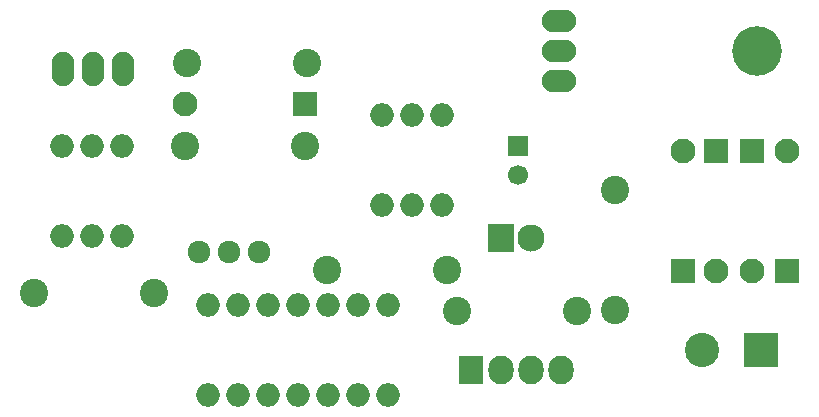
<source format=gbr>
G04 #@! TF.FileFunction,Soldermask,Bot*
%FSLAX46Y46*%
G04 Gerber Fmt 4.6, Leading zero omitted, Abs format (unit mm)*
G04 Created by KiCad (PCBNEW 4.0.2-stable) date Friday, 30 September 2016 22:37:06*
%MOMM*%
G01*
G04 APERTURE LIST*
%ADD10C,0.100000*%
%ADD11R,1.700000X1.700000*%
%ADD12C,1.700000*%
%ADD13C,2.099260*%
%ADD14R,2.099260X2.099260*%
%ADD15C,2.398980*%
%ADD16C,1.924000*%
%ADD17O,2.000000X2.000000*%
%ADD18R,2.127200X2.432000*%
%ADD19O,2.127200X2.432000*%
%ADD20O,1.901140X2.899360*%
%ADD21R,2.900000X2.900000*%
%ADD22C,2.900000*%
%ADD23O,2.899360X1.901140*%
%ADD24C,4.199840*%
%ADD25R,2.300000X2.400000*%
%ADD26C,2.300000*%
G04 APERTURE END LIST*
D10*
D11*
X55000000Y-26500000D03*
D12*
X55000000Y-29000000D03*
D13*
X68997460Y-26939480D03*
D14*
X68997460Y-37099480D03*
D13*
X77797460Y-26939480D03*
D14*
X77797460Y-37099480D03*
D13*
X74802540Y-37060520D03*
D14*
X74802540Y-26900520D03*
D13*
X71802540Y-37060520D03*
D14*
X71802540Y-26900520D03*
D13*
X26839480Y-23002540D03*
D14*
X36999480Y-23002540D03*
D15*
X60000000Y-40500000D03*
X49840000Y-40500000D03*
X49000000Y-37000000D03*
X38840000Y-37000000D03*
X14000000Y-39000000D03*
X24160000Y-39000000D03*
X27000000Y-19500000D03*
X37160000Y-19500000D03*
X37000000Y-26500000D03*
X26840000Y-26500000D03*
D16*
X30540000Y-35500000D03*
X33080000Y-35500000D03*
X28000000Y-35500000D03*
D17*
X44000000Y-40000000D03*
X41460000Y-40000000D03*
X38920000Y-40000000D03*
X36380000Y-40000000D03*
X33840000Y-40000000D03*
X31300000Y-40000000D03*
X28760000Y-40000000D03*
X28760000Y-47620000D03*
X31300000Y-47620000D03*
X33840000Y-47620000D03*
X36380000Y-47620000D03*
X38920000Y-47620000D03*
X41460000Y-47620000D03*
X44000000Y-47620000D03*
X43500000Y-31500000D03*
X46040000Y-31500000D03*
X48580000Y-31500000D03*
X48580000Y-23880000D03*
X46040000Y-23880000D03*
X43500000Y-23880000D03*
X21500000Y-26500000D03*
X18960000Y-26500000D03*
X16420000Y-26500000D03*
X16420000Y-34120000D03*
X18960000Y-34120000D03*
X21500000Y-34120000D03*
D18*
X51000000Y-45500000D03*
D19*
X53540000Y-45500000D03*
X56080000Y-45500000D03*
X58620000Y-45500000D03*
D20*
X19000000Y-20000000D03*
X16460000Y-20000000D03*
X21540000Y-20000000D03*
D21*
X75600000Y-43800000D03*
D22*
X70600000Y-43800000D03*
D23*
X58500000Y-18500000D03*
X58500000Y-15960000D03*
X58500000Y-21040000D03*
D24*
X75264000Y-18500000D03*
D25*
X53600000Y-34300000D03*
D26*
X56140000Y-34300000D03*
D15*
X63200000Y-40400000D03*
X63200000Y-30240000D03*
M02*

</source>
